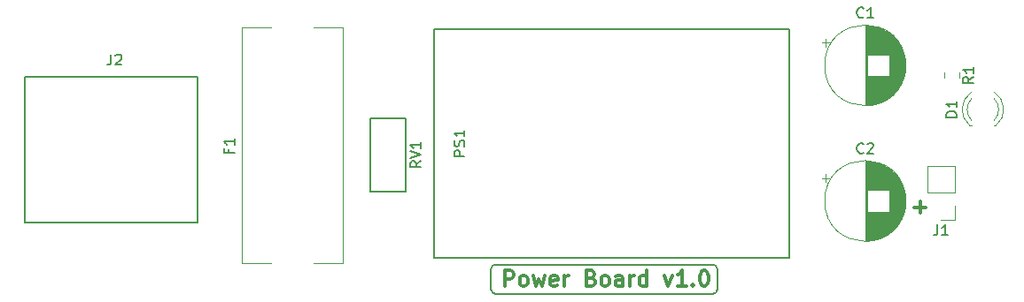
<source format=gbr>
G04 #@! TF.GenerationSoftware,KiCad,Pcbnew,(5.0.1)-3*
G04 #@! TF.CreationDate,2021-02-16T20:13:23+05:45*
G04 #@! TF.ProjectId,Power,506F7765722E6B696361645F70636200,rev?*
G04 #@! TF.SameCoordinates,Original*
G04 #@! TF.FileFunction,Legend,Top*
G04 #@! TF.FilePolarity,Positive*
%FSLAX46Y46*%
G04 Gerber Fmt 4.6, Leading zero omitted, Abs format (unit mm)*
G04 Created by KiCad (PCBNEW (5.0.1)-3) date 2/16/2021 8:13:23 PM*
%MOMM*%
%LPD*%
G01*
G04 APERTURE LIST*
%ADD10C,0.200000*%
%ADD11C,0.300000*%
%ADD12C,0.120000*%
%ADD13C,0.150000*%
G04 APERTURE END LIST*
D10*
X191400000Y-69400000D02*
G75*
G02X191000000Y-69000000I0J400000D01*
G01*
X191000000Y-67000000D02*
G75*
G02X191400000Y-66600000I400000J0D01*
G01*
X212200000Y-66600000D02*
G75*
G02X212600000Y-67000000I0J-400000D01*
G01*
X212600000Y-69000000D02*
G75*
G02X212200000Y-69400000I-400000J0D01*
G01*
X191400000Y-69400000D02*
X212200000Y-69400000D01*
X212600000Y-67000000D02*
X212600000Y-69000000D01*
X191400000Y-66600000D02*
X212200000Y-66600000D01*
X191000000Y-69000000D02*
X191000000Y-67000000D01*
D11*
X192285714Y-68678571D02*
X192285714Y-67178571D01*
X192857142Y-67178571D01*
X193000000Y-67250000D01*
X193071428Y-67321428D01*
X193142857Y-67464285D01*
X193142857Y-67678571D01*
X193071428Y-67821428D01*
X193000000Y-67892857D01*
X192857142Y-67964285D01*
X192285714Y-67964285D01*
X194000000Y-68678571D02*
X193857142Y-68607142D01*
X193785714Y-68535714D01*
X193714285Y-68392857D01*
X193714285Y-67964285D01*
X193785714Y-67821428D01*
X193857142Y-67750000D01*
X194000000Y-67678571D01*
X194214285Y-67678571D01*
X194357142Y-67750000D01*
X194428571Y-67821428D01*
X194500000Y-67964285D01*
X194500000Y-68392857D01*
X194428571Y-68535714D01*
X194357142Y-68607142D01*
X194214285Y-68678571D01*
X194000000Y-68678571D01*
X195000000Y-67678571D02*
X195285714Y-68678571D01*
X195571428Y-67964285D01*
X195857142Y-68678571D01*
X196142857Y-67678571D01*
X197285714Y-68607142D02*
X197142857Y-68678571D01*
X196857142Y-68678571D01*
X196714285Y-68607142D01*
X196642857Y-68464285D01*
X196642857Y-67892857D01*
X196714285Y-67750000D01*
X196857142Y-67678571D01*
X197142857Y-67678571D01*
X197285714Y-67750000D01*
X197357142Y-67892857D01*
X197357142Y-68035714D01*
X196642857Y-68178571D01*
X198000000Y-68678571D02*
X198000000Y-67678571D01*
X198000000Y-67964285D02*
X198071428Y-67821428D01*
X198142857Y-67750000D01*
X198285714Y-67678571D01*
X198428571Y-67678571D01*
X200571428Y-67892857D02*
X200785714Y-67964285D01*
X200857142Y-68035714D01*
X200928571Y-68178571D01*
X200928571Y-68392857D01*
X200857142Y-68535714D01*
X200785714Y-68607142D01*
X200642857Y-68678571D01*
X200071428Y-68678571D01*
X200071428Y-67178571D01*
X200571428Y-67178571D01*
X200714285Y-67250000D01*
X200785714Y-67321428D01*
X200857142Y-67464285D01*
X200857142Y-67607142D01*
X200785714Y-67750000D01*
X200714285Y-67821428D01*
X200571428Y-67892857D01*
X200071428Y-67892857D01*
X201785714Y-68678571D02*
X201642857Y-68607142D01*
X201571428Y-68535714D01*
X201500000Y-68392857D01*
X201500000Y-67964285D01*
X201571428Y-67821428D01*
X201642857Y-67750000D01*
X201785714Y-67678571D01*
X202000000Y-67678571D01*
X202142857Y-67750000D01*
X202214285Y-67821428D01*
X202285714Y-67964285D01*
X202285714Y-68392857D01*
X202214285Y-68535714D01*
X202142857Y-68607142D01*
X202000000Y-68678571D01*
X201785714Y-68678571D01*
X203571428Y-68678571D02*
X203571428Y-67892857D01*
X203500000Y-67750000D01*
X203357142Y-67678571D01*
X203071428Y-67678571D01*
X202928571Y-67750000D01*
X203571428Y-68607142D02*
X203428571Y-68678571D01*
X203071428Y-68678571D01*
X202928571Y-68607142D01*
X202857142Y-68464285D01*
X202857142Y-68321428D01*
X202928571Y-68178571D01*
X203071428Y-68107142D01*
X203428571Y-68107142D01*
X203571428Y-68035714D01*
X204285714Y-68678571D02*
X204285714Y-67678571D01*
X204285714Y-67964285D02*
X204357142Y-67821428D01*
X204428571Y-67750000D01*
X204571428Y-67678571D01*
X204714285Y-67678571D01*
X205857142Y-68678571D02*
X205857142Y-67178571D01*
X205857142Y-68607142D02*
X205714285Y-68678571D01*
X205428571Y-68678571D01*
X205285714Y-68607142D01*
X205214285Y-68535714D01*
X205142857Y-68392857D01*
X205142857Y-67964285D01*
X205214285Y-67821428D01*
X205285714Y-67750000D01*
X205428571Y-67678571D01*
X205714285Y-67678571D01*
X205857142Y-67750000D01*
X207571428Y-67678571D02*
X207928571Y-68678571D01*
X208285714Y-67678571D01*
X209642857Y-68678571D02*
X208785714Y-68678571D01*
X209214285Y-68678571D02*
X209214285Y-67178571D01*
X209071428Y-67392857D01*
X208928571Y-67535714D01*
X208785714Y-67607142D01*
X210285714Y-68535714D02*
X210357142Y-68607142D01*
X210285714Y-68678571D01*
X210214285Y-68607142D01*
X210285714Y-68535714D01*
X210285714Y-68678571D01*
X211285714Y-67178571D02*
X211428571Y-67178571D01*
X211571428Y-67250000D01*
X211642857Y-67321428D01*
X211714285Y-67464285D01*
X211785714Y-67750000D01*
X211785714Y-68107142D01*
X211714285Y-68392857D01*
X211642857Y-68535714D01*
X211571428Y-68607142D01*
X211428571Y-68678571D01*
X211285714Y-68678571D01*
X211142857Y-68607142D01*
X211071428Y-68535714D01*
X211000000Y-68392857D01*
X210928571Y-68107142D01*
X210928571Y-67750000D01*
X211000000Y-67464285D01*
X211071428Y-67321428D01*
X211142857Y-67250000D01*
X211285714Y-67178571D01*
X231428571Y-61107142D02*
X232571428Y-61107142D01*
X232000000Y-61678571D02*
X232000000Y-60535714D01*
D12*
G04 #@! TO.C,F1*
X176800000Y-43900000D02*
X174000000Y-43900000D01*
X170000000Y-43900000D02*
X167200000Y-43900000D01*
X170000000Y-66500000D02*
X167200000Y-66500000D01*
X167200000Y-66500000D02*
X167200000Y-43900000D01*
X176800000Y-66500000D02*
X176800000Y-43900000D01*
X176800000Y-66500000D02*
X174000000Y-66500000D01*
G04 #@! TO.C,R1*
X235710000Y-48178922D02*
X235710000Y-48696078D01*
X234290000Y-48178922D02*
X234290000Y-48696078D01*
D13*
G04 #@! TO.C,RV1*
X182830000Y-59590000D02*
X182830000Y-52590000D01*
X179430000Y-59590000D02*
X179430000Y-52590000D01*
X179430000Y-52590000D02*
X182830000Y-52590000D01*
X179430000Y-59590000D02*
X182830000Y-59590000D01*
D12*
G04 #@! TO.C,J1*
X235330000Y-57130000D02*
X232670000Y-57130000D01*
X235330000Y-59730000D02*
X235330000Y-57130000D01*
X232670000Y-59730000D02*
X232670000Y-57130000D01*
X235330000Y-59730000D02*
X232670000Y-59730000D01*
X235330000Y-61000000D02*
X235330000Y-62330000D01*
X235330000Y-62330000D02*
X234000000Y-62330000D01*
G04 #@! TO.C,C1*
X230620000Y-47500000D02*
G75*
G03X230620000Y-47500000I-3870000J0D01*
G01*
X226750000Y-43670000D02*
X226750000Y-51330000D01*
X226790000Y-43670000D02*
X226790000Y-51330000D01*
X226830000Y-43670000D02*
X226830000Y-51330000D01*
X226870000Y-43671000D02*
X226870000Y-51329000D01*
X226910000Y-43673000D02*
X226910000Y-51327000D01*
X226950000Y-43675000D02*
X226950000Y-51325000D01*
X226990000Y-43677000D02*
X226990000Y-46460000D01*
X226990000Y-48540000D02*
X226990000Y-51323000D01*
X227030000Y-43680000D02*
X227030000Y-46460000D01*
X227030000Y-48540000D02*
X227030000Y-51320000D01*
X227070000Y-43683000D02*
X227070000Y-46460000D01*
X227070000Y-48540000D02*
X227070000Y-51317000D01*
X227110000Y-43686000D02*
X227110000Y-46460000D01*
X227110000Y-48540000D02*
X227110000Y-51314000D01*
X227150000Y-43690000D02*
X227150000Y-46460000D01*
X227150000Y-48540000D02*
X227150000Y-51310000D01*
X227190000Y-43695000D02*
X227190000Y-46460000D01*
X227190000Y-48540000D02*
X227190000Y-51305000D01*
X227230000Y-43699000D02*
X227230000Y-46460000D01*
X227230000Y-48540000D02*
X227230000Y-51301000D01*
X227270000Y-43705000D02*
X227270000Y-46460000D01*
X227270000Y-48540000D02*
X227270000Y-51295000D01*
X227310000Y-43710000D02*
X227310000Y-46460000D01*
X227310000Y-48540000D02*
X227310000Y-51290000D01*
X227350000Y-43716000D02*
X227350000Y-46460000D01*
X227350000Y-48540000D02*
X227350000Y-51284000D01*
X227390000Y-43723000D02*
X227390000Y-46460000D01*
X227390000Y-48540000D02*
X227390000Y-51277000D01*
X227430000Y-43730000D02*
X227430000Y-46460000D01*
X227430000Y-48540000D02*
X227430000Y-51270000D01*
X227471000Y-43737000D02*
X227471000Y-46460000D01*
X227471000Y-48540000D02*
X227471000Y-51263000D01*
X227511000Y-43745000D02*
X227511000Y-46460000D01*
X227511000Y-48540000D02*
X227511000Y-51255000D01*
X227551000Y-43753000D02*
X227551000Y-46460000D01*
X227551000Y-48540000D02*
X227551000Y-51247000D01*
X227591000Y-43762000D02*
X227591000Y-46460000D01*
X227591000Y-48540000D02*
X227591000Y-51238000D01*
X227631000Y-43771000D02*
X227631000Y-46460000D01*
X227631000Y-48540000D02*
X227631000Y-51229000D01*
X227671000Y-43780000D02*
X227671000Y-46460000D01*
X227671000Y-48540000D02*
X227671000Y-51220000D01*
X227711000Y-43790000D02*
X227711000Y-46460000D01*
X227711000Y-48540000D02*
X227711000Y-51210000D01*
X227751000Y-43801000D02*
X227751000Y-46460000D01*
X227751000Y-48540000D02*
X227751000Y-51199000D01*
X227791000Y-43812000D02*
X227791000Y-46460000D01*
X227791000Y-48540000D02*
X227791000Y-51188000D01*
X227831000Y-43823000D02*
X227831000Y-46460000D01*
X227831000Y-48540000D02*
X227831000Y-51177000D01*
X227871000Y-43835000D02*
X227871000Y-46460000D01*
X227871000Y-48540000D02*
X227871000Y-51165000D01*
X227911000Y-43847000D02*
X227911000Y-46460000D01*
X227911000Y-48540000D02*
X227911000Y-51153000D01*
X227951000Y-43860000D02*
X227951000Y-46460000D01*
X227951000Y-48540000D02*
X227951000Y-51140000D01*
X227991000Y-43874000D02*
X227991000Y-46460000D01*
X227991000Y-48540000D02*
X227991000Y-51126000D01*
X228031000Y-43887000D02*
X228031000Y-46460000D01*
X228031000Y-48540000D02*
X228031000Y-51113000D01*
X228071000Y-43902000D02*
X228071000Y-46460000D01*
X228071000Y-48540000D02*
X228071000Y-51098000D01*
X228111000Y-43916000D02*
X228111000Y-46460000D01*
X228111000Y-48540000D02*
X228111000Y-51084000D01*
X228151000Y-43932000D02*
X228151000Y-46460000D01*
X228151000Y-48540000D02*
X228151000Y-51068000D01*
X228191000Y-43947000D02*
X228191000Y-46460000D01*
X228191000Y-48540000D02*
X228191000Y-51053000D01*
X228231000Y-43964000D02*
X228231000Y-46460000D01*
X228231000Y-48540000D02*
X228231000Y-51036000D01*
X228271000Y-43980000D02*
X228271000Y-46460000D01*
X228271000Y-48540000D02*
X228271000Y-51020000D01*
X228311000Y-43998000D02*
X228311000Y-46460000D01*
X228311000Y-48540000D02*
X228311000Y-51002000D01*
X228351000Y-44016000D02*
X228351000Y-46460000D01*
X228351000Y-48540000D02*
X228351000Y-50984000D01*
X228391000Y-44034000D02*
X228391000Y-46460000D01*
X228391000Y-48540000D02*
X228391000Y-50966000D01*
X228431000Y-44053000D02*
X228431000Y-46460000D01*
X228431000Y-48540000D02*
X228431000Y-50947000D01*
X228471000Y-44073000D02*
X228471000Y-46460000D01*
X228471000Y-48540000D02*
X228471000Y-50927000D01*
X228511000Y-44093000D02*
X228511000Y-46460000D01*
X228511000Y-48540000D02*
X228511000Y-50907000D01*
X228551000Y-44114000D02*
X228551000Y-46460000D01*
X228551000Y-48540000D02*
X228551000Y-50886000D01*
X228591000Y-44135000D02*
X228591000Y-46460000D01*
X228591000Y-48540000D02*
X228591000Y-50865000D01*
X228631000Y-44157000D02*
X228631000Y-46460000D01*
X228631000Y-48540000D02*
X228631000Y-50843000D01*
X228671000Y-44179000D02*
X228671000Y-46460000D01*
X228671000Y-48540000D02*
X228671000Y-50821000D01*
X228711000Y-44203000D02*
X228711000Y-46460000D01*
X228711000Y-48540000D02*
X228711000Y-50797000D01*
X228751000Y-44226000D02*
X228751000Y-46460000D01*
X228751000Y-48540000D02*
X228751000Y-50774000D01*
X228791000Y-44251000D02*
X228791000Y-46460000D01*
X228791000Y-48540000D02*
X228791000Y-50749000D01*
X228831000Y-44276000D02*
X228831000Y-46460000D01*
X228831000Y-48540000D02*
X228831000Y-50724000D01*
X228871000Y-44302000D02*
X228871000Y-46460000D01*
X228871000Y-48540000D02*
X228871000Y-50698000D01*
X228911000Y-44328000D02*
X228911000Y-46460000D01*
X228911000Y-48540000D02*
X228911000Y-50672000D01*
X228951000Y-44356000D02*
X228951000Y-46460000D01*
X228951000Y-48540000D02*
X228951000Y-50644000D01*
X228991000Y-44384000D02*
X228991000Y-46460000D01*
X228991000Y-48540000D02*
X228991000Y-50616000D01*
X229031000Y-44412000D02*
X229031000Y-46460000D01*
X229031000Y-48540000D02*
X229031000Y-50588000D01*
X229071000Y-44442000D02*
X229071000Y-50558000D01*
X229111000Y-44472000D02*
X229111000Y-50528000D01*
X229151000Y-44504000D02*
X229151000Y-50496000D01*
X229191000Y-44536000D02*
X229191000Y-50464000D01*
X229231000Y-44569000D02*
X229231000Y-50431000D01*
X229271000Y-44602000D02*
X229271000Y-50398000D01*
X229311000Y-44637000D02*
X229311000Y-50363000D01*
X229351000Y-44673000D02*
X229351000Y-50327000D01*
X229391000Y-44710000D02*
X229391000Y-50290000D01*
X229431000Y-44748000D02*
X229431000Y-50252000D01*
X229471000Y-44787000D02*
X229471000Y-50213000D01*
X229511000Y-44827000D02*
X229511000Y-50173000D01*
X229551000Y-44868000D02*
X229551000Y-50132000D01*
X229591000Y-44911000D02*
X229591000Y-50089000D01*
X229631000Y-44954000D02*
X229631000Y-50046000D01*
X229671000Y-45000000D02*
X229671000Y-50000000D01*
X229711000Y-45046000D02*
X229711000Y-49954000D01*
X229751000Y-45095000D02*
X229751000Y-49905000D01*
X229791000Y-45145000D02*
X229791000Y-49855000D01*
X229831000Y-45196000D02*
X229831000Y-49804000D01*
X229871000Y-45250000D02*
X229871000Y-49750000D01*
X229911000Y-45305000D02*
X229911000Y-49695000D01*
X229951000Y-45363000D02*
X229951000Y-49637000D01*
X229991000Y-45423000D02*
X229991000Y-49577000D01*
X230031000Y-45486000D02*
X230031000Y-49514000D01*
X230071000Y-45551000D02*
X230071000Y-49449000D01*
X230111000Y-45619000D02*
X230111000Y-49381000D01*
X230151000Y-45691000D02*
X230151000Y-49309000D01*
X230191000Y-45767000D02*
X230191000Y-49233000D01*
X230231000Y-45846000D02*
X230231000Y-49154000D01*
X230271000Y-45931000D02*
X230271000Y-49069000D01*
X230311000Y-46022000D02*
X230311000Y-48978000D01*
X230351000Y-46119000D02*
X230351000Y-48881000D01*
X230391000Y-46225000D02*
X230391000Y-48775000D01*
X230431000Y-46342000D02*
X230431000Y-48658000D01*
X230471000Y-46472000D02*
X230471000Y-48528000D01*
X230511000Y-46623000D02*
X230511000Y-48377000D01*
X230551000Y-46807000D02*
X230551000Y-48193000D01*
X230591000Y-47059000D02*
X230591000Y-47941000D01*
X222607789Y-45325000D02*
X223357789Y-45325000D01*
X222982789Y-44950000D02*
X222982789Y-45700000D01*
G04 #@! TO.C,C2*
X222982789Y-57950000D02*
X222982789Y-58700000D01*
X222607789Y-58325000D02*
X223357789Y-58325000D01*
X230591000Y-60059000D02*
X230591000Y-60941000D01*
X230551000Y-59807000D02*
X230551000Y-61193000D01*
X230511000Y-59623000D02*
X230511000Y-61377000D01*
X230471000Y-59472000D02*
X230471000Y-61528000D01*
X230431000Y-59342000D02*
X230431000Y-61658000D01*
X230391000Y-59225000D02*
X230391000Y-61775000D01*
X230351000Y-59119000D02*
X230351000Y-61881000D01*
X230311000Y-59022000D02*
X230311000Y-61978000D01*
X230271000Y-58931000D02*
X230271000Y-62069000D01*
X230231000Y-58846000D02*
X230231000Y-62154000D01*
X230191000Y-58767000D02*
X230191000Y-62233000D01*
X230151000Y-58691000D02*
X230151000Y-62309000D01*
X230111000Y-58619000D02*
X230111000Y-62381000D01*
X230071000Y-58551000D02*
X230071000Y-62449000D01*
X230031000Y-58486000D02*
X230031000Y-62514000D01*
X229991000Y-58423000D02*
X229991000Y-62577000D01*
X229951000Y-58363000D02*
X229951000Y-62637000D01*
X229911000Y-58305000D02*
X229911000Y-62695000D01*
X229871000Y-58250000D02*
X229871000Y-62750000D01*
X229831000Y-58196000D02*
X229831000Y-62804000D01*
X229791000Y-58145000D02*
X229791000Y-62855000D01*
X229751000Y-58095000D02*
X229751000Y-62905000D01*
X229711000Y-58046000D02*
X229711000Y-62954000D01*
X229671000Y-58000000D02*
X229671000Y-63000000D01*
X229631000Y-57954000D02*
X229631000Y-63046000D01*
X229591000Y-57911000D02*
X229591000Y-63089000D01*
X229551000Y-57868000D02*
X229551000Y-63132000D01*
X229511000Y-57827000D02*
X229511000Y-63173000D01*
X229471000Y-57787000D02*
X229471000Y-63213000D01*
X229431000Y-57748000D02*
X229431000Y-63252000D01*
X229391000Y-57710000D02*
X229391000Y-63290000D01*
X229351000Y-57673000D02*
X229351000Y-63327000D01*
X229311000Y-57637000D02*
X229311000Y-63363000D01*
X229271000Y-57602000D02*
X229271000Y-63398000D01*
X229231000Y-57569000D02*
X229231000Y-63431000D01*
X229191000Y-57536000D02*
X229191000Y-63464000D01*
X229151000Y-57504000D02*
X229151000Y-63496000D01*
X229111000Y-57472000D02*
X229111000Y-63528000D01*
X229071000Y-57442000D02*
X229071000Y-63558000D01*
X229031000Y-61540000D02*
X229031000Y-63588000D01*
X229031000Y-57412000D02*
X229031000Y-59460000D01*
X228991000Y-61540000D02*
X228991000Y-63616000D01*
X228991000Y-57384000D02*
X228991000Y-59460000D01*
X228951000Y-61540000D02*
X228951000Y-63644000D01*
X228951000Y-57356000D02*
X228951000Y-59460000D01*
X228911000Y-61540000D02*
X228911000Y-63672000D01*
X228911000Y-57328000D02*
X228911000Y-59460000D01*
X228871000Y-61540000D02*
X228871000Y-63698000D01*
X228871000Y-57302000D02*
X228871000Y-59460000D01*
X228831000Y-61540000D02*
X228831000Y-63724000D01*
X228831000Y-57276000D02*
X228831000Y-59460000D01*
X228791000Y-61540000D02*
X228791000Y-63749000D01*
X228791000Y-57251000D02*
X228791000Y-59460000D01*
X228751000Y-61540000D02*
X228751000Y-63774000D01*
X228751000Y-57226000D02*
X228751000Y-59460000D01*
X228711000Y-61540000D02*
X228711000Y-63797000D01*
X228711000Y-57203000D02*
X228711000Y-59460000D01*
X228671000Y-61540000D02*
X228671000Y-63821000D01*
X228671000Y-57179000D02*
X228671000Y-59460000D01*
X228631000Y-61540000D02*
X228631000Y-63843000D01*
X228631000Y-57157000D02*
X228631000Y-59460000D01*
X228591000Y-61540000D02*
X228591000Y-63865000D01*
X228591000Y-57135000D02*
X228591000Y-59460000D01*
X228551000Y-61540000D02*
X228551000Y-63886000D01*
X228551000Y-57114000D02*
X228551000Y-59460000D01*
X228511000Y-61540000D02*
X228511000Y-63907000D01*
X228511000Y-57093000D02*
X228511000Y-59460000D01*
X228471000Y-61540000D02*
X228471000Y-63927000D01*
X228471000Y-57073000D02*
X228471000Y-59460000D01*
X228431000Y-61540000D02*
X228431000Y-63947000D01*
X228431000Y-57053000D02*
X228431000Y-59460000D01*
X228391000Y-61540000D02*
X228391000Y-63966000D01*
X228391000Y-57034000D02*
X228391000Y-59460000D01*
X228351000Y-61540000D02*
X228351000Y-63984000D01*
X228351000Y-57016000D02*
X228351000Y-59460000D01*
X228311000Y-61540000D02*
X228311000Y-64002000D01*
X228311000Y-56998000D02*
X228311000Y-59460000D01*
X228271000Y-61540000D02*
X228271000Y-64020000D01*
X228271000Y-56980000D02*
X228271000Y-59460000D01*
X228231000Y-61540000D02*
X228231000Y-64036000D01*
X228231000Y-56964000D02*
X228231000Y-59460000D01*
X228191000Y-61540000D02*
X228191000Y-64053000D01*
X228191000Y-56947000D02*
X228191000Y-59460000D01*
X228151000Y-61540000D02*
X228151000Y-64068000D01*
X228151000Y-56932000D02*
X228151000Y-59460000D01*
X228111000Y-61540000D02*
X228111000Y-64084000D01*
X228111000Y-56916000D02*
X228111000Y-59460000D01*
X228071000Y-61540000D02*
X228071000Y-64098000D01*
X228071000Y-56902000D02*
X228071000Y-59460000D01*
X228031000Y-61540000D02*
X228031000Y-64113000D01*
X228031000Y-56887000D02*
X228031000Y-59460000D01*
X227991000Y-61540000D02*
X227991000Y-64126000D01*
X227991000Y-56874000D02*
X227991000Y-59460000D01*
X227951000Y-61540000D02*
X227951000Y-64140000D01*
X227951000Y-56860000D02*
X227951000Y-59460000D01*
X227911000Y-61540000D02*
X227911000Y-64153000D01*
X227911000Y-56847000D02*
X227911000Y-59460000D01*
X227871000Y-61540000D02*
X227871000Y-64165000D01*
X227871000Y-56835000D02*
X227871000Y-59460000D01*
X227831000Y-61540000D02*
X227831000Y-64177000D01*
X227831000Y-56823000D02*
X227831000Y-59460000D01*
X227791000Y-61540000D02*
X227791000Y-64188000D01*
X227791000Y-56812000D02*
X227791000Y-59460000D01*
X227751000Y-61540000D02*
X227751000Y-64199000D01*
X227751000Y-56801000D02*
X227751000Y-59460000D01*
X227711000Y-61540000D02*
X227711000Y-64210000D01*
X227711000Y-56790000D02*
X227711000Y-59460000D01*
X227671000Y-61540000D02*
X227671000Y-64220000D01*
X227671000Y-56780000D02*
X227671000Y-59460000D01*
X227631000Y-61540000D02*
X227631000Y-64229000D01*
X227631000Y-56771000D02*
X227631000Y-59460000D01*
X227591000Y-61540000D02*
X227591000Y-64238000D01*
X227591000Y-56762000D02*
X227591000Y-59460000D01*
X227551000Y-61540000D02*
X227551000Y-64247000D01*
X227551000Y-56753000D02*
X227551000Y-59460000D01*
X227511000Y-61540000D02*
X227511000Y-64255000D01*
X227511000Y-56745000D02*
X227511000Y-59460000D01*
X227471000Y-61540000D02*
X227471000Y-64263000D01*
X227471000Y-56737000D02*
X227471000Y-59460000D01*
X227430000Y-61540000D02*
X227430000Y-64270000D01*
X227430000Y-56730000D02*
X227430000Y-59460000D01*
X227390000Y-61540000D02*
X227390000Y-64277000D01*
X227390000Y-56723000D02*
X227390000Y-59460000D01*
X227350000Y-61540000D02*
X227350000Y-64284000D01*
X227350000Y-56716000D02*
X227350000Y-59460000D01*
X227310000Y-61540000D02*
X227310000Y-64290000D01*
X227310000Y-56710000D02*
X227310000Y-59460000D01*
X227270000Y-61540000D02*
X227270000Y-64295000D01*
X227270000Y-56705000D02*
X227270000Y-59460000D01*
X227230000Y-61540000D02*
X227230000Y-64301000D01*
X227230000Y-56699000D02*
X227230000Y-59460000D01*
X227190000Y-61540000D02*
X227190000Y-64305000D01*
X227190000Y-56695000D02*
X227190000Y-59460000D01*
X227150000Y-61540000D02*
X227150000Y-64310000D01*
X227150000Y-56690000D02*
X227150000Y-59460000D01*
X227110000Y-61540000D02*
X227110000Y-64314000D01*
X227110000Y-56686000D02*
X227110000Y-59460000D01*
X227070000Y-61540000D02*
X227070000Y-64317000D01*
X227070000Y-56683000D02*
X227070000Y-59460000D01*
X227030000Y-61540000D02*
X227030000Y-64320000D01*
X227030000Y-56680000D02*
X227030000Y-59460000D01*
X226990000Y-61540000D02*
X226990000Y-64323000D01*
X226990000Y-56677000D02*
X226990000Y-59460000D01*
X226950000Y-56675000D02*
X226950000Y-64325000D01*
X226910000Y-56673000D02*
X226910000Y-64327000D01*
X226870000Y-56671000D02*
X226870000Y-64329000D01*
X226830000Y-56670000D02*
X226830000Y-64330000D01*
X226790000Y-56670000D02*
X226790000Y-64330000D01*
X226750000Y-56670000D02*
X226750000Y-64330000D01*
X230620000Y-60500000D02*
G75*
G03X230620000Y-60500000I-3870000J0D01*
G01*
G04 #@! TO.C,D1*
X236921392Y-50057665D02*
G75*
G03X236764484Y-53290000I1078608J-1672335D01*
G01*
X239078608Y-50057665D02*
G75*
G02X239235516Y-53290000I-1078608J-1672335D01*
G01*
X236920163Y-50688870D02*
G75*
G03X236920000Y-52770961I1079837J-1041130D01*
G01*
X239079837Y-50688870D02*
G75*
G02X239080000Y-52770961I-1079837J-1041130D01*
G01*
X236764000Y-53290000D02*
X236920000Y-53290000D01*
X239080000Y-53290000D02*
X239236000Y-53290000D01*
D13*
G04 #@! TO.C,J2*
X146460000Y-62540000D02*
X146460000Y-48570000D01*
X146460000Y-48570000D02*
X162970000Y-48570000D01*
X162970000Y-48570000D02*
X162970000Y-62540000D01*
X162970000Y-62540000D02*
X146460000Y-62540000D01*
G04 #@! TO.C,PS1*
X185500000Y-66000000D02*
X219500000Y-66000000D01*
X219500000Y-44000000D02*
X219500000Y-66000000D01*
X185500000Y-44000000D02*
X219500000Y-44000000D01*
X185500000Y-66000000D02*
X185500000Y-44000000D01*
G04 #@! TO.C,F1*
X165928571Y-55583333D02*
X165928571Y-55916666D01*
X166452380Y-55916666D02*
X165452380Y-55916666D01*
X165452380Y-55440476D01*
X166452380Y-54535714D02*
X166452380Y-55107142D01*
X166452380Y-54821428D02*
X165452380Y-54821428D01*
X165595238Y-54916666D01*
X165690476Y-55011904D01*
X165738095Y-55107142D01*
G04 #@! TO.C,R1*
X237102380Y-48604166D02*
X236626190Y-48937500D01*
X237102380Y-49175595D02*
X236102380Y-49175595D01*
X236102380Y-48794642D01*
X236150000Y-48699404D01*
X236197619Y-48651785D01*
X236292857Y-48604166D01*
X236435714Y-48604166D01*
X236530952Y-48651785D01*
X236578571Y-48699404D01*
X236626190Y-48794642D01*
X236626190Y-49175595D01*
X237102380Y-47651785D02*
X237102380Y-48223214D01*
X237102380Y-47937500D02*
X236102380Y-47937500D01*
X236245238Y-48032738D01*
X236340476Y-48127976D01*
X236388095Y-48223214D01*
G04 #@! TO.C,RV1*
X184282380Y-56685238D02*
X183806190Y-57018571D01*
X184282380Y-57256666D02*
X183282380Y-57256666D01*
X183282380Y-56875714D01*
X183330000Y-56780476D01*
X183377619Y-56732857D01*
X183472857Y-56685238D01*
X183615714Y-56685238D01*
X183710952Y-56732857D01*
X183758571Y-56780476D01*
X183806190Y-56875714D01*
X183806190Y-57256666D01*
X183282380Y-56399523D02*
X184282380Y-56066190D01*
X183282380Y-55732857D01*
X184282380Y-54875714D02*
X184282380Y-55447142D01*
X184282380Y-55161428D02*
X183282380Y-55161428D01*
X183425238Y-55256666D01*
X183520476Y-55351904D01*
X183568095Y-55447142D01*
G04 #@! TO.C,J1*
X233666666Y-62782380D02*
X233666666Y-63496666D01*
X233619047Y-63639523D01*
X233523809Y-63734761D01*
X233380952Y-63782380D01*
X233285714Y-63782380D01*
X234666666Y-63782380D02*
X234095238Y-63782380D01*
X234380952Y-63782380D02*
X234380952Y-62782380D01*
X234285714Y-62925238D01*
X234190476Y-63020476D01*
X234095238Y-63068095D01*
G04 #@! TO.C,C1*
X226583333Y-42857142D02*
X226535714Y-42904761D01*
X226392857Y-42952380D01*
X226297619Y-42952380D01*
X226154761Y-42904761D01*
X226059523Y-42809523D01*
X226011904Y-42714285D01*
X225964285Y-42523809D01*
X225964285Y-42380952D01*
X226011904Y-42190476D01*
X226059523Y-42095238D01*
X226154761Y-42000000D01*
X226297619Y-41952380D01*
X226392857Y-41952380D01*
X226535714Y-42000000D01*
X226583333Y-42047619D01*
X227535714Y-42952380D02*
X226964285Y-42952380D01*
X227250000Y-42952380D02*
X227250000Y-41952380D01*
X227154761Y-42095238D01*
X227059523Y-42190476D01*
X226964285Y-42238095D01*
G04 #@! TO.C,C2*
X226583333Y-55857142D02*
X226535714Y-55904761D01*
X226392857Y-55952380D01*
X226297619Y-55952380D01*
X226154761Y-55904761D01*
X226059523Y-55809523D01*
X226011904Y-55714285D01*
X225964285Y-55523809D01*
X225964285Y-55380952D01*
X226011904Y-55190476D01*
X226059523Y-55095238D01*
X226154761Y-55000000D01*
X226297619Y-54952380D01*
X226392857Y-54952380D01*
X226535714Y-55000000D01*
X226583333Y-55047619D01*
X226964285Y-55047619D02*
X227011904Y-55000000D01*
X227107142Y-54952380D01*
X227345238Y-54952380D01*
X227440476Y-55000000D01*
X227488095Y-55047619D01*
X227535714Y-55142857D01*
X227535714Y-55238095D01*
X227488095Y-55380952D01*
X226916666Y-55952380D01*
X227535714Y-55952380D01*
G04 #@! TO.C,D1*
X235492380Y-52468095D02*
X234492380Y-52468095D01*
X234492380Y-52230000D01*
X234540000Y-52087142D01*
X234635238Y-51991904D01*
X234730476Y-51944285D01*
X234920952Y-51896666D01*
X235063809Y-51896666D01*
X235254285Y-51944285D01*
X235349523Y-51991904D01*
X235444761Y-52087142D01*
X235492380Y-52230000D01*
X235492380Y-52468095D01*
X235492380Y-50944285D02*
X235492380Y-51515714D01*
X235492380Y-51230000D02*
X234492380Y-51230000D01*
X234635238Y-51325238D01*
X234730476Y-51420476D01*
X234778095Y-51515714D01*
G04 #@! TO.C,J2*
X154666666Y-46452380D02*
X154666666Y-47166666D01*
X154619047Y-47309523D01*
X154523809Y-47404761D01*
X154380952Y-47452380D01*
X154285714Y-47452380D01*
X155095238Y-46547619D02*
X155142857Y-46500000D01*
X155238095Y-46452380D01*
X155476190Y-46452380D01*
X155571428Y-46500000D01*
X155619047Y-46547619D01*
X155666666Y-46642857D01*
X155666666Y-46738095D01*
X155619047Y-46880952D01*
X155047619Y-47452380D01*
X155666666Y-47452380D01*
G04 #@! TO.C,PS1*
X188452380Y-56214285D02*
X187452380Y-56214285D01*
X187452380Y-55833333D01*
X187500000Y-55738095D01*
X187547619Y-55690476D01*
X187642857Y-55642857D01*
X187785714Y-55642857D01*
X187880952Y-55690476D01*
X187928571Y-55738095D01*
X187976190Y-55833333D01*
X187976190Y-56214285D01*
X188404761Y-55261904D02*
X188452380Y-55119047D01*
X188452380Y-54880952D01*
X188404761Y-54785714D01*
X188357142Y-54738095D01*
X188261904Y-54690476D01*
X188166666Y-54690476D01*
X188071428Y-54738095D01*
X188023809Y-54785714D01*
X187976190Y-54880952D01*
X187928571Y-55071428D01*
X187880952Y-55166666D01*
X187833333Y-55214285D01*
X187738095Y-55261904D01*
X187642857Y-55261904D01*
X187547619Y-55214285D01*
X187500000Y-55166666D01*
X187452380Y-55071428D01*
X187452380Y-54833333D01*
X187500000Y-54690476D01*
X188452380Y-53738095D02*
X188452380Y-54309523D01*
X188452380Y-54023809D02*
X187452380Y-54023809D01*
X187595238Y-54119047D01*
X187690476Y-54214285D01*
X187738095Y-54309523D01*
G04 #@! TD*
M02*

</source>
